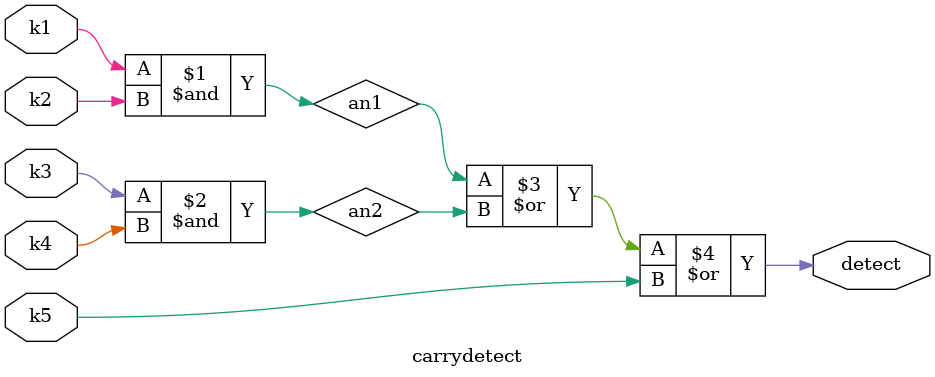
<source format=v>
module carrydetect(k1, k2, k3, k4, k5, detect);

input k1, k2, k3, k4, k5;
output detect;
wire an1, an2;

assign an1 = k1 & k2;
assign an2 = k3 & k4;
assign detect = an1 | an2 | k5;

endmodule
</source>
